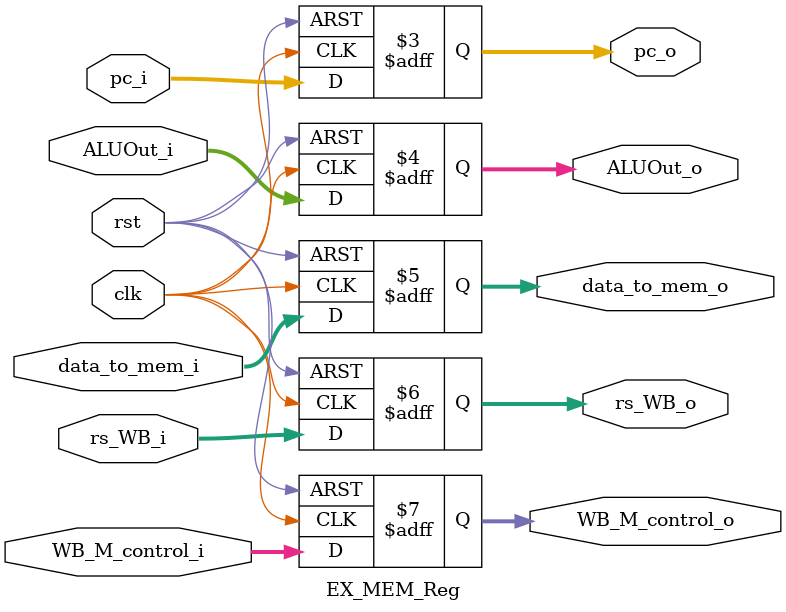
<source format=v>
module EX_MEM_Reg(
    input wire clk,
    input wire rst,
    input wire [31:0] pc_i,
    input wire [31:0] ALUOut_i,
    input wire [31:0] data_to_mem_i,
    input wire [4:0] rs_WB_i,
    input wire [4:0] WB_M_control_i,  
    /*
    WB           / M        
    regW/memToReg/ memR/memW
    */
    output reg  [31:0] pc_o,
    output reg  [31:0] ALUOut_o,
    output reg  [31:0] data_to_mem_o,
    output reg  [4:0] rs_WB_o,
    output reg  [4:0] WB_M_control_o
);

always @(posedge clk, negedge rst) begin
        if (~rst) begin
            pc_o <= 32'b0;
            ALUOut_o <= 32'b0;
            data_to_mem_o <= 32'b0;
            rs_WB_o <= 5'b0;
            WB_M_control_o <= 5'b0;
        end else begin
            pc_o <= pc_i;
            ALUOut_o <= ALUOut_i;
            data_to_mem_o <= data_to_mem_i;
            rs_WB_o <= rs_WB_i;
            WB_M_control_o <= WB_M_control_i;
        end
end

endmodule

</source>
